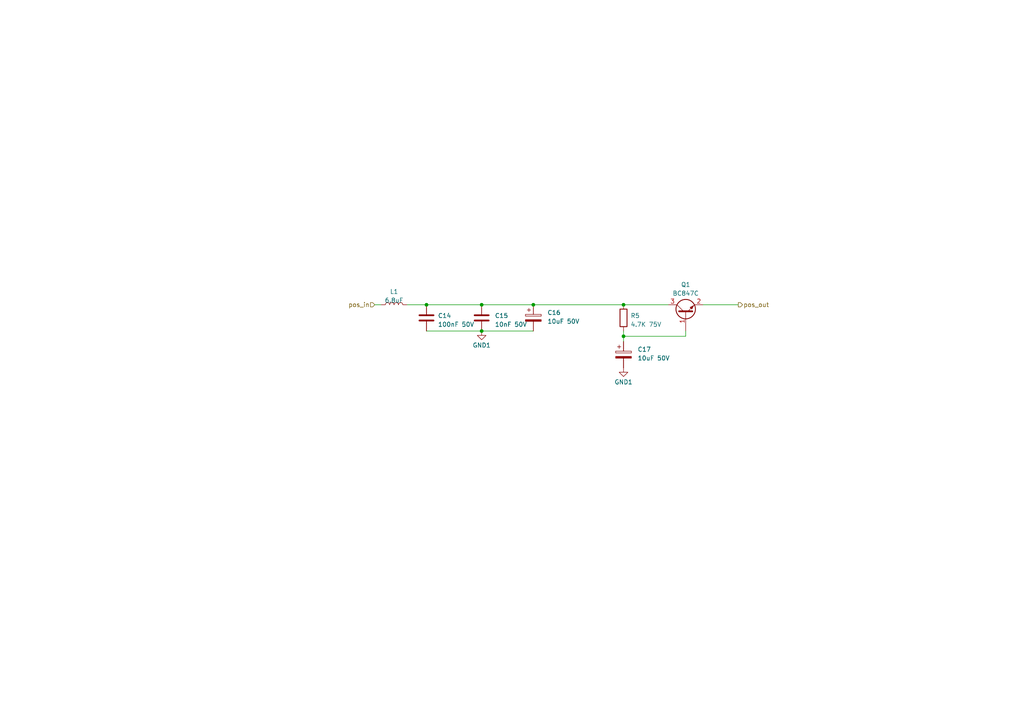
<source format=kicad_sch>
(kicad_sch (version 20230121) (generator eeschema)
  (paper "A4")
  (lib_symbols
    (symbol "Device:C" (pin_numbers hide) (pin_names (offset 0.254))
      (property "Reference" "C" (at 0.635 2.54 0))
      (property "Value" "C" (at 0.635 -2.54 0))
      (symbol "C_0_1"
        (polyline (pts (xy -2.032 -0.762) (xy 2.032 -0.762)) (stroke (width 0.508)))
        (polyline (pts (xy -2.032 0.762) (xy 2.032 0.762)) (stroke (width 0.508)))
      )
      (symbol "C_1_1"
        (pin passive line (at 0 3.81 270) (length 2.794) (name "~") (number "1"))
        (pin passive line (at 0 -3.81 90) (length 2.794) (name "~") (number "2"))
      )
    )
    (symbol "Device:C_Polarized" (pin_numbers hide) (pin_names (offset 0.254))
      (property "Reference" "C" (at 0.635 2.54 0))
      (property "Value" "C_Polarized" (at 0.635 -2.54 0))
      (symbol "C_Polarized_0_1"
        (rectangle (start -2.286 0.508) (end 2.286 1.016))
        (polyline (pts (xy -1.778 2.286) (xy -0.762 2.286)))
        (polyline (pts (xy -1.27 2.794) (xy -1.27 1.778)))
        (rectangle (start 2.286 -0.508) (end -2.286 -1.016) (fill (type outline)))
      )
      (symbol "C_Polarized_1_1"
        (pin passive line (at 0 3.81 270) (length 2.794) (name "~") (number "1"))
        (pin passive line (at 0 -3.81 90) (length 2.794) (name "~") (number "2"))
      )
    )
    (symbol "Device:L" (pin_numbers hide) (pin_names (offset 1.016) hide)
      (property "Reference" "L" (at -1.27 0 90))
      (property "Value" "L" (at 1.905 0 90))
      (symbol "L_0_1"
        (arc (start 0 -2.54) (mid 0.6323 -1.905) (end 0 -1.27))
        (arc (start 0 -1.27) (mid 0.6323 -0.635) (end 0 0))
        (arc (start 0 0) (mid 0.6323 0.635) (end 0 1.27))
        (arc (start 0 1.27) (mid 0.6323 1.905) (end 0 2.54))
      )
      (symbol "L_1_1"
        (pin passive line (at 0 3.81 270) (length 1.27) (name "1") (number "1"))
        (pin passive line (at 0 -3.81 90) (length 1.27) (name "2") (number "2"))
      )
    )
    (symbol "Device:R" (pin_numbers hide) (pin_names (offset 0))
      (property "Reference" "R" (at 2.032 0 90))
      (property "Value" "R" (at 0 0 90))
      (symbol "R_0_1"
        (rectangle (start -1.016 -2.54) (end 1.016 2.54) (stroke (width 0.254)))
      )
      (symbol "R_1_1"
        (pin passive line (at 0 3.81 270) (length 1.27) (name "~") (number "1"))
        (pin passive line (at 0 -3.81 90) (length 1.27) (name "~") (number "2"))
      )
    )
    (symbol "Transistor_BJT:BC847" (pin_names (offset 0) hide)
      (property "Reference" "Q" (at 5.08 1.905 0))
      (property "Value" "BC847" (at 5.08 0 0))
      (symbol "BC847_0_1"
        (polyline (pts (xy 0.635 0.635) (xy 2.54 2.54)))
        (polyline (pts (xy 0.635 -0.635) (xy 2.54 -2.54) (xy 2.54 -2.54)))
        (polyline (pts (xy 0.635 1.905) (xy 0.635 -1.905) (xy 0.635 -1.905)) (stroke (width 0.508)))
        (polyline (pts (xy 1.27 -1.778) (xy 1.778 -1.27) (xy 2.286 -2.286) (xy 1.27 -1.778) (xy 1.27 -1.778)) (fill (type outline)))
        (circle (center 1.27 0) (radius 2.8194) (stroke (width 0.254)))
      )
      (symbol "BC847_1_1"
        (pin input line (at -5.08 0 0) (length 5.715) (name "B") (number "1"))
        (pin passive line (at 2.54 -5.08 90) (length 2.54) (name "E") (number "2"))
        (pin passive line (at 2.54 5.08 270) (length 2.54) (name "C") (number "3"))
      )
    )
    (symbol "power:GND1" (power) (pin_names (offset 0))
      (property "Value" "GND1" (at 0 -3.81 0))
      (symbol "GND1_0_1"
        (polyline (pts (xy 0 0) (xy 0 -1.27) (xy 1.27 -1.27) (xy 0 -2.54) (xy -1.27 -1.27) (xy 0 -1.27)))
      )
      (symbol "GND1_1_1"
        (pin power_in line (at 0 0 270) (length 0) hide (name "GND1") (number "1"))
      )
    )
  )
  (junction (at 154.686 88.392))
  (junction (at 180.848 88.392))
  (junction (at 139.7 88.392))
  (junction (at 123.698 88.392))
  (junction (at 180.848 97.536))
  (junction (at 139.7 96.012))
  (wire (pts (xy 139.7 96.012) (xy 154.686 96.012)))
  (wire (pts (xy 139.7 88.392) (xy 154.686 88.392)))
  (wire (pts (xy 180.848 88.392) (xy 193.802 88.392)))
  (wire (pts (xy 118.11 88.392) (xy 123.698 88.392)))
  (wire (pts (xy 123.698 96.012) (xy 139.7 96.012)))
  (wire (pts (xy 154.686 88.392) (xy 180.848 88.392)))
  (wire (pts (xy 198.882 96.012) (xy 198.882 97.536)))
  (wire (pts (xy 180.848 97.536) (xy 180.848 99.06)))
  (wire (pts (xy 180.848 96.012) (xy 180.848 97.536)))
  (wire (pts (xy 123.698 88.392) (xy 139.7 88.392)))
  (wire (pts (xy 180.848 97.536) (xy 198.882 97.536)))
  (wire (pts (xy 108.712 88.392) (xy 110.49 88.392)))
  (wire (pts (xy 203.962 88.392) (xy 214.122 88.392)))
  (hierarchical_label "pos_in" (shape input) (at 108.712 88.392 180))
  (hierarchical_label "pos_out" (shape output) (at 214.122 88.392 0))
  (symbol (lib_id "Device:C_Polarized") (at 180.848 102.87 0) (unit 1)
    (property "Reference" "C17" (at 184.912 101.346 0) (effects (justify left)))
    (property "Value" "10uF 50V" (at 184.912 103.886 0) (effects (justify left)))
    (property "Footprint" "Capacitor_SMD:CP_Elec_5x5.4" (effects hide))
    (property "LCSC" "C72487" (effects hide))
  )
  (symbol (lib_id "Device:C") (at 123.698 92.202 0) (unit 1)
    (property "Reference" "C14" (at 127 91.567 0) (effects (justify left)))
    (property "Value" "100nF 50V" (at 127 94.107 0) (effects (justify left)))
    (property "Footprint" "Capacitor_SMD:C_0603_1608Metric_Pad1.08x0.95mm_HandSolder" (effects hide))
    (property "LCSC" "C57112" (effects hide))
  )
  (symbol (lib_id "power:GND1") (at 180.848 106.68 0) (unit 1)
    (property "Reference" "#PWR029" (effects hide))
    (property "Value" "GND1" (at 180.848 110.8131 0))
  )
  (symbol (lib_id "Transistor_BJT:BC847") (at 198.882 90.932 90) (unit 1)
    (property "Reference" "Q1" (at 198.882 82.55 90))
    (property "Value" "BC847C" (at 198.882 85.09 90))
    (property "Footprint" "Package_TO_SOT_SMD:SOT-23" (effects hide))
    (property "Datasheet" "http://www.infineon.com/dgdl/Infineon-BC847SERIES_BC848SERIES_BC849SERIES_BC850SERIES-DS-v01_01-en.pdf?fileId=db3a304314dca389011541d4630a1657" (effects hide))
    (property "LCSC" "C181141" (effects hide))
  )
  (symbol (lib_id "Device:R") (at 180.848 92.202 0) (unit 1)
    (property "Reference" "R5" (at 182.88 91.567 0) (effects (justify left)))
    (property "Value" "4.7K 75V" (at 182.88 94.107 0) (effects (justify left)))
    (property "Footprint" "Resistor_SMD:R_0603_1608Metric_Pad0.98x0.95mm_HandSolder" (effects hide))
    (property "LCSC" "C2907166" (effects hide))
  )
  (symbol (lib_id "Device:C_Polarized") (at 154.686 92.202 0) (unit 1)
    (property "Reference" "C16" (at 158.75 90.678 0) (effects (justify left)))
    (property "Value" "10uF 50V" (at 158.75 93.218 0) (effects (justify left)))
    (property "Footprint" "Capacitor_SMD:CP_Elec_5x5.4" (effects hide))
    (property "LCSC" "C72487" (effects hide))
  )
  (symbol (lib_id "power:GND1") (at 139.7 96.012 0) (unit 1)
    (property "Reference" "#PWR029" (effects hide))
    (property "Value" "GND1" (at 139.7 100.1451 0))
    (instances (project "low_power_heater" (path "" (reference "#PWR029") (unit 1)) (path "" (reference "#PWR028") (unit 1))))
  )
  (symbol (lib_id "Device:C") (at 139.7 92.202 0) (unit 1)
    (property "Reference" "C15" (at 143.51 91.567 0) (effects (justify left)))
    (property "Value" "10nF 50V" (at 143.51 94.107 0) (effects (justify left)))
    (property "Footprint" "Capacitor_SMD:C_0603_1608Metric_Pad1.08x0.95mm_HandSolder" (effects hide))
    (property "LCSC" "C57112" (effects hide))
  )
  (symbol (lib_id "Device:L") (at 114.3 88.392 90) (unit 1)
    (property "Reference" "L1" (at 114.3 84.582 90))
    (property "Value" "6.8uF" (at 114.3 87.122 90))
    (property "Footprint" "Inductor_SMD:L_1210_3225Metric_Pad1.42x2.65mm_HandSolder" (effects hide))
    (property "LCSC" "C87559" (effects hide))
    (instances (project "low_power_heater" (path "" (reference "L1") (unit 1)) (path "" (reference "L2") (unit 1)) (path "" (reference "L4") (unit 1))))
  )
)
</source>
